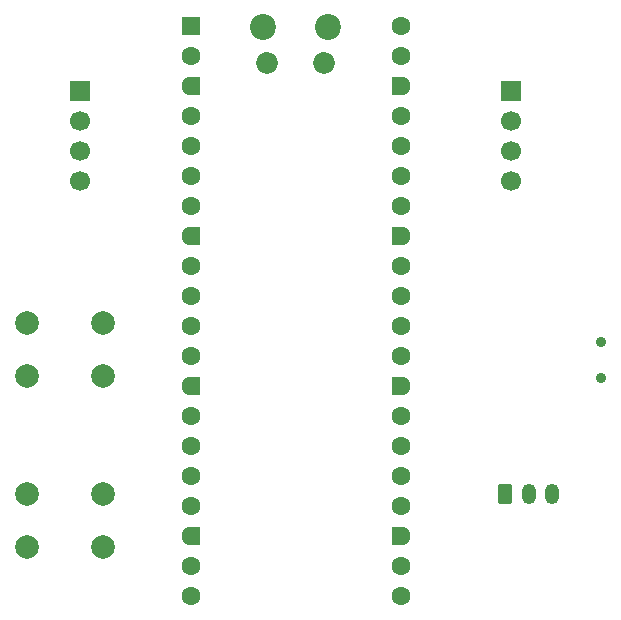
<source format=gbr>
%TF.GenerationSoftware,KiCad,Pcbnew,9.0.6*%
%TF.CreationDate,2025-12-13T20:02:29-06:00*%
%TF.ProjectId,turn-taker,7475726e-2d74-4616-9b65-722e6b696361,rev?*%
%TF.SameCoordinates,Original*%
%TF.FileFunction,Soldermask,Bot*%
%TF.FilePolarity,Negative*%
%FSLAX46Y46*%
G04 Gerber Fmt 4.6, Leading zero omitted, Abs format (unit mm)*
G04 Created by KiCad (PCBNEW 9.0.6) date 2025-12-13 20:02:29*
%MOMM*%
%LPD*%
G01*
G04 APERTURE LIST*
G04 Aperture macros list*
%AMRoundRect*
0 Rectangle with rounded corners*
0 $1 Rounding radius*
0 $2 $3 $4 $5 $6 $7 $8 $9 X,Y pos of 4 corners*
0 Add a 4 corners polygon primitive as box body*
4,1,4,$2,$3,$4,$5,$6,$7,$8,$9,$2,$3,0*
0 Add four circle primitives for the rounded corners*
1,1,$1+$1,$2,$3*
1,1,$1+$1,$4,$5*
1,1,$1+$1,$6,$7*
1,1,$1+$1,$8,$9*
0 Add four rect primitives between the rounded corners*
20,1,$1+$1,$2,$3,$4,$5,0*
20,1,$1+$1,$4,$5,$6,$7,0*
20,1,$1+$1,$6,$7,$8,$9,0*
20,1,$1+$1,$8,$9,$2,$3,0*%
%AMFreePoly0*
4,1,37,0.603843,0.796157,0.639018,0.796157,0.711114,0.766294,0.766294,0.711114,0.796157,0.639018,0.796157,0.603843,0.800000,0.600000,0.800000,-0.600000,0.796157,-0.603843,0.796157,-0.639018,0.766294,-0.711114,0.711114,-0.766294,0.639018,-0.796157,0.603843,-0.796157,0.600000,-0.800000,0.000000,-0.800000,0.000000,-0.796148,-0.078414,-0.796148,-0.232228,-0.765552,-0.377117,-0.705537,
-0.507515,-0.618408,-0.618408,-0.507515,-0.705537,-0.377117,-0.765552,-0.232228,-0.796148,-0.078414,-0.796148,0.078414,-0.765552,0.232228,-0.705537,0.377117,-0.618408,0.507515,-0.507515,0.618408,-0.377117,0.705537,-0.232228,0.765552,-0.078414,0.796148,0.000000,0.796148,0.000000,0.800000,0.600000,0.800000,0.603843,0.796157,0.603843,0.796157,$1*%
%AMFreePoly1*
4,1,37,0.000000,0.796148,0.078414,0.796148,0.232228,0.765552,0.377117,0.705537,0.507515,0.618408,0.618408,0.507515,0.705537,0.377117,0.765552,0.232228,0.796148,0.078414,0.796148,-0.078414,0.765552,-0.232228,0.705537,-0.377117,0.618408,-0.507515,0.507515,-0.618408,0.377117,-0.705537,0.232228,-0.765552,0.078414,-0.796148,0.000000,-0.796148,0.000000,-0.800000,-0.600000,-0.800000,
-0.603843,-0.796157,-0.639018,-0.796157,-0.711114,-0.766294,-0.766294,-0.711114,-0.796157,-0.639018,-0.796157,-0.603843,-0.800000,-0.600000,-0.800000,0.600000,-0.796157,0.603843,-0.796157,0.639018,-0.766294,0.711114,-0.711114,0.766294,-0.639018,0.796157,-0.603843,0.796157,-0.600000,0.800000,0.000000,0.800000,0.000000,0.796148,0.000000,0.796148,$1*%
G04 Aperture macros list end*
%ADD10C,2.200000*%
%ADD11C,1.850000*%
%ADD12RoundRect,0.200000X-0.600000X-0.600000X0.600000X-0.600000X0.600000X0.600000X-0.600000X0.600000X0*%
%ADD13C,1.600000*%
%ADD14FreePoly0,0.000000*%
%ADD15FreePoly1,0.000000*%
%ADD16R,1.700000X1.700000*%
%ADD17C,1.700000*%
%ADD18C,0.900000*%
%ADD19C,2.000000*%
%ADD20RoundRect,0.250000X-0.350000X-0.625000X0.350000X-0.625000X0.350000X0.625000X-0.350000X0.625000X0*%
%ADD21O,1.200000X1.750000*%
G04 APERTURE END LIST*
D10*
%TO.C,A1*%
X178550000Y-59000000D03*
D11*
X178850000Y-62030000D03*
X183700000Y-62030000D03*
D10*
X184000000Y-59000000D03*
D12*
X172385000Y-58870000D03*
D13*
X172385000Y-61410000D03*
D14*
X172385000Y-63950000D03*
D13*
X172385000Y-66490000D03*
X172385000Y-69030000D03*
X172385000Y-71570000D03*
X172385000Y-74110000D03*
D14*
X172385000Y-76650000D03*
D13*
X172385000Y-79190000D03*
X172385000Y-81730000D03*
X172385000Y-84270000D03*
X172385000Y-86810000D03*
D14*
X172385000Y-89350000D03*
D13*
X172385000Y-91890000D03*
X172385000Y-94430000D03*
X172385000Y-96970000D03*
X172385000Y-99510000D03*
D14*
X172385000Y-102050000D03*
D13*
X172385000Y-104590000D03*
X172385000Y-107130000D03*
X190165000Y-107130000D03*
X190165000Y-104590000D03*
D15*
X190165000Y-102050000D03*
D13*
X190165000Y-99510000D03*
X190165000Y-96970000D03*
X190165000Y-94430000D03*
X190165000Y-91890000D03*
D15*
X190165000Y-89350000D03*
D13*
X190165000Y-86810000D03*
X190165000Y-84270000D03*
X190165000Y-81730000D03*
X190165000Y-79190000D03*
D15*
X190165000Y-76650000D03*
D13*
X190165000Y-74110000D03*
X190165000Y-71570000D03*
X190165000Y-69030000D03*
X190165000Y-66490000D03*
D15*
X190165000Y-63950000D03*
D13*
X190165000Y-61410000D03*
X190165000Y-58870000D03*
%TD*%
D16*
%TO.C,J2*%
X199500000Y-64380000D03*
D17*
X199500000Y-66920000D03*
X199500000Y-69460000D03*
X199500000Y-72000000D03*
%TD*%
D16*
%TO.C,J1*%
X163000000Y-64380000D03*
D17*
X163000000Y-66920000D03*
X163000000Y-69460000D03*
X163000000Y-72000000D03*
%TD*%
D18*
%TO.C,SW3*%
X207110000Y-88650000D03*
X207110000Y-85650000D03*
%TD*%
D19*
%TO.C,SW1*%
X158500000Y-84000000D03*
X165000000Y-84000000D03*
X158500000Y-88500000D03*
X165000000Y-88500000D03*
%TD*%
D20*
%TO.C,Bat_In1*%
X199000000Y-98500000D03*
D21*
X201000000Y-98500000D03*
X203000000Y-98500000D03*
%TD*%
D19*
%TO.C,SW2*%
X158500000Y-98500000D03*
X165000000Y-98500000D03*
X158500000Y-103000000D03*
X165000000Y-103000000D03*
%TD*%
M02*

</source>
